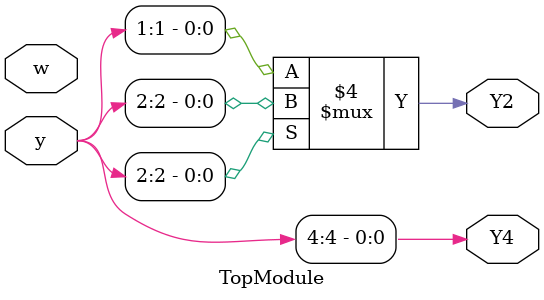
<source format=sv>

module TopModule (
  input [6:1] y,
  input w,
  output Y2,
  output Y4
);
assign Y2 = (y[2] == 1'b0) ? (y[1] == 1'b1) : (y[2] == 1'b1);
assign Y4 = (y[4] == 1'b0) ? (y[4] == 1'b1) : (y[4] == 1'b1);
endmodule

</source>
